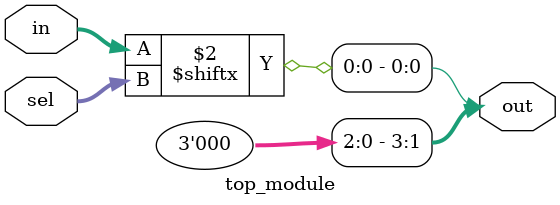
<source format=sv>
module top_module (
  input [1023:0] in,
  input [7:0] sel,
  output reg [3:0] out
);

always @(*) begin
  out = in[sel];
end

endmodule

</source>
